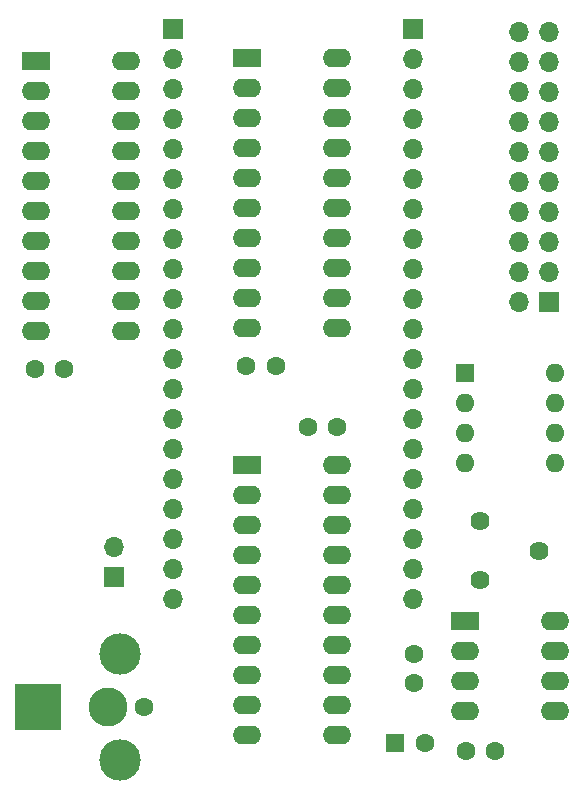
<source format=gbr>
%TF.GenerationSoftware,KiCad,Pcbnew,7.0.1*%
%TF.CreationDate,2023-07-20T10:40:34-07:00*%
%TF.ProjectId,tn_vdp_v3_board,746e5f76-6470-45f7-9633-5f626f617264,rev?*%
%TF.SameCoordinates,Original*%
%TF.FileFunction,Soldermask,Bot*%
%TF.FilePolarity,Negative*%
%FSLAX46Y46*%
G04 Gerber Fmt 4.6, Leading zero omitted, Abs format (unit mm)*
G04 Created by KiCad (PCBNEW 7.0.1) date 2023-07-20 10:40:34*
%MOMM*%
%LPD*%
G01*
G04 APERTURE LIST*
%ADD10R,2.400000X1.600000*%
%ADD11O,2.400000X1.600000*%
%ADD12R,1.700000X1.700000*%
%ADD13O,1.700000X1.700000*%
%ADD14C,1.600000*%
%ADD15C,1.620000*%
%ADD16R,1.600000X1.600000*%
%ADD17O,1.600000X1.600000*%
%ADD18R,4.000000X4.000000*%
%ADD19C,3.300000*%
%ADD20C,3.500000*%
G04 APERTURE END LIST*
D10*
%TO.C,U3*%
X138337000Y-50800000D03*
D11*
X138337000Y-53340000D03*
X138337000Y-55880000D03*
X138337000Y-58420000D03*
X138337000Y-60960000D03*
X138337000Y-63500000D03*
X138337000Y-66040000D03*
X138337000Y-68580000D03*
X138337000Y-71120000D03*
X138337000Y-73660000D03*
X145957000Y-73660000D03*
X145957000Y-71120000D03*
X145957000Y-68580000D03*
X145957000Y-66040000D03*
X145957000Y-63500000D03*
X145957000Y-60960000D03*
X145957000Y-58420000D03*
X145957000Y-55880000D03*
X145957000Y-53340000D03*
X145957000Y-50800000D03*
%TD*%
D12*
%TO.C,J2*%
X181775000Y-71200000D03*
D13*
X179235000Y-71200000D03*
X181775000Y-68660000D03*
X179235000Y-68660000D03*
X181775000Y-66120000D03*
X179235000Y-66120000D03*
X181775000Y-63580000D03*
X179235000Y-63580000D03*
X181775000Y-61040000D03*
X179235000Y-61040000D03*
X181775000Y-58500000D03*
X179235000Y-58500000D03*
X181775000Y-55960000D03*
X179235000Y-55960000D03*
X181775000Y-53420000D03*
X179235000Y-53420000D03*
X181775000Y-50880000D03*
X179235000Y-50880000D03*
X181775000Y-48340000D03*
X179235000Y-48340000D03*
%TD*%
D12*
%TO.C,J3*%
X150000000Y-48060000D03*
D13*
X150000000Y-50600000D03*
X150000000Y-53140000D03*
X150000000Y-55680000D03*
X150000000Y-58220000D03*
X150000000Y-60760000D03*
X150000000Y-63300000D03*
X150000000Y-65840000D03*
X150000000Y-68380000D03*
X150000000Y-70920000D03*
X150000000Y-73460000D03*
X150000000Y-76000000D03*
X150000000Y-78540000D03*
X150000000Y-81080000D03*
X150000000Y-83620000D03*
X150000000Y-86160000D03*
X150000000Y-88700000D03*
X150000000Y-91240000D03*
X150000000Y-93780000D03*
X150000000Y-96320000D03*
%TD*%
D14*
%TO.C,C6*%
X170400000Y-101000000D03*
X170400000Y-103500000D03*
%TD*%
%TO.C,C2*%
X158663000Y-76578000D03*
X156163000Y-76578000D03*
%TD*%
%TO.C,C4*%
X177250000Y-109250000D03*
X174750000Y-109250000D03*
%TD*%
D12*
%TO.C,J6*%
X170320000Y-48060000D03*
D13*
X170320000Y-50600000D03*
X170320000Y-53140000D03*
X170320000Y-55680000D03*
X170320000Y-58220000D03*
X170320000Y-60760000D03*
X170320000Y-63300000D03*
X170320000Y-65840000D03*
X170320000Y-68380000D03*
X170320000Y-70920000D03*
X170320000Y-73460000D03*
X170320000Y-76000000D03*
X170320000Y-78540000D03*
X170320000Y-81080000D03*
X170320000Y-83620000D03*
X170320000Y-86160000D03*
X170320000Y-88700000D03*
X170320000Y-91240000D03*
X170320000Y-93780000D03*
X170320000Y-96320000D03*
%TD*%
D14*
%TO.C,C1*%
X140750000Y-76835000D03*
X138250000Y-76835000D03*
%TD*%
D10*
%TO.C,U4*%
X174675000Y-98250000D03*
D11*
X174675000Y-100790000D03*
X174675000Y-103330000D03*
X174675000Y-105870000D03*
X182295000Y-105870000D03*
X182295000Y-103330000D03*
X182295000Y-100790000D03*
X182295000Y-98250000D03*
%TD*%
D14*
%TO.C,C3*%
X163870000Y-81785000D03*
X161370000Y-81785000D03*
%TD*%
D15*
%TO.C,RV1*%
X176000000Y-94750000D03*
X181000000Y-92250000D03*
X176000000Y-89750000D03*
%TD*%
D16*
%TO.C,J4*%
X174700000Y-77200000D03*
D17*
X174700000Y-79740000D03*
X174700000Y-82280000D03*
X174700000Y-84820000D03*
X182320000Y-84820000D03*
X182320000Y-82280000D03*
X182320000Y-79740000D03*
X182320000Y-77200000D03*
%TD*%
D10*
%TO.C,U2*%
X156209200Y-50573400D03*
D11*
X156209200Y-53113400D03*
X156209200Y-55653400D03*
X156209200Y-58193400D03*
X156209200Y-60733400D03*
X156209200Y-63273400D03*
X156209200Y-65813400D03*
X156209200Y-68353400D03*
X156209200Y-70893400D03*
X156209200Y-73433400D03*
X163829200Y-73433400D03*
X163829200Y-70893400D03*
X163829200Y-68353400D03*
X163829200Y-65813400D03*
X163829200Y-63273400D03*
X163829200Y-60733400D03*
X163829200Y-58193400D03*
X163829200Y-55653400D03*
X163829200Y-53113400D03*
X163829200Y-50573400D03*
%TD*%
D12*
%TO.C,J5*%
X145000000Y-94500000D03*
D13*
X145000000Y-91960000D03*
%TD*%
D16*
%TO.C,C5*%
X168794900Y-108500000D03*
D14*
X171294900Y-108500000D03*
%TD*%
D10*
%TO.C,U1*%
X156250000Y-84960000D03*
D11*
X156250000Y-87500000D03*
X156250000Y-90040000D03*
X156250000Y-92580000D03*
X156250000Y-95120000D03*
X156250000Y-97660000D03*
X156250000Y-100200000D03*
X156250000Y-102740000D03*
X156250000Y-105280000D03*
X156250000Y-107820000D03*
X163870000Y-107820000D03*
X163870000Y-105280000D03*
X163870000Y-102740000D03*
X163870000Y-100200000D03*
X163870000Y-97660000D03*
X163870000Y-95120000D03*
X163870000Y-92580000D03*
X163870000Y-90040000D03*
X163870000Y-87500000D03*
X163870000Y-84960000D03*
%TD*%
D14*
%TO.C,J7*%
X147500000Y-105500000D03*
D18*
X138500000Y-105500000D03*
D19*
X144500000Y-105500000D03*
D20*
X145500000Y-110000000D03*
X145500000Y-101000000D03*
%TD*%
M02*

</source>
